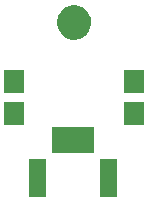
<source format=gts>
G04 #@! TF.FileFunction,Soldermask,Top*
%FSLAX46Y46*%
G04 Gerber Fmt 4.6, Leading zero omitted, Abs format (unit mm)*
G04 Created by KiCad (PCBNEW 4.0.7) date Monday, 18 February 2019 'AMt' 09:16:41 AM*
%MOMM*%
%LPD*%
G01*
G04 APERTURE LIST*
%ADD10C,0.100000*%
G04 APERTURE END LIST*
D10*
G36*
X171238400Y-125221600D02*
X169838400Y-125221600D01*
X169838400Y-122021600D01*
X171238400Y-122021600D01*
X171238400Y-125221600D01*
X171238400Y-125221600D01*
G37*
G36*
X165238400Y-125221600D02*
X163838400Y-125221600D01*
X163838400Y-122021600D01*
X165238400Y-122021600D01*
X165238400Y-125221600D01*
X165238400Y-125221600D01*
G37*
G36*
X169288400Y-121521600D02*
X165788400Y-121521600D01*
X165788400Y-119321600D01*
X169288400Y-119321600D01*
X169288400Y-121521600D01*
X169288400Y-121521600D01*
G37*
G36*
X163410000Y-119140000D02*
X161710000Y-119140000D01*
X161710000Y-117240000D01*
X163410000Y-117240000D01*
X163410000Y-119140000D01*
X163410000Y-119140000D01*
G37*
G36*
X173570000Y-119140000D02*
X171870000Y-119140000D01*
X171870000Y-117240000D01*
X173570000Y-117240000D01*
X173570000Y-119140000D01*
X173570000Y-119140000D01*
G37*
G36*
X163410000Y-116440000D02*
X161710000Y-116440000D01*
X161710000Y-114540000D01*
X163410000Y-114540000D01*
X163410000Y-116440000D01*
X163410000Y-116440000D01*
G37*
G36*
X173570000Y-116440000D02*
X171870000Y-116440000D01*
X171870000Y-114540000D01*
X173570000Y-114540000D01*
X173570000Y-116440000D01*
X173570000Y-116440000D01*
G37*
G36*
X167792301Y-109040960D02*
X168070851Y-109098138D01*
X168332995Y-109208334D01*
X168568743Y-109367348D01*
X168769110Y-109569118D01*
X168926474Y-109805970D01*
X169034836Y-110068876D01*
X169089897Y-110346952D01*
X169089897Y-110346984D01*
X169090062Y-110347820D01*
X169085527Y-110672613D01*
X169085337Y-110673448D01*
X169085337Y-110673472D01*
X169022532Y-110949911D01*
X168906873Y-111209684D01*
X168742958Y-111442047D01*
X168537031Y-111638149D01*
X168296941Y-111790515D01*
X168031820Y-111893349D01*
X167751783Y-111942727D01*
X167467480Y-111936772D01*
X167189755Y-111875710D01*
X166929179Y-111761867D01*
X166695672Y-111599576D01*
X166498143Y-111395028D01*
X166344102Y-111156003D01*
X166239420Y-110891607D01*
X166188088Y-110611923D01*
X166192059Y-110327584D01*
X166251179Y-110049444D01*
X166363203Y-109788074D01*
X166523857Y-109553445D01*
X166727024Y-109354488D01*
X166964968Y-109198783D01*
X167228622Y-109092259D01*
X167507947Y-109038975D01*
X167792301Y-109040960D01*
X167792301Y-109040960D01*
G37*
M02*

</source>
